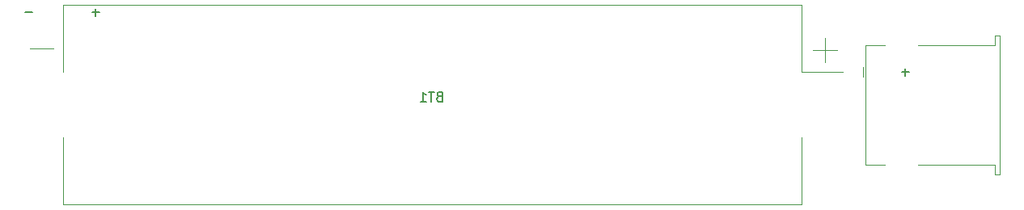
<source format=gbr>
G04 #@! TF.GenerationSoftware,KiCad,Pcbnew,(5.1.6)-1*
G04 #@! TF.CreationDate,2020-11-21T14:03:53+08:00*
G04 #@! TF.ProjectId,singlepowerbank2,73696e67-6c65-4706-9f77-657262616e6b,rev?*
G04 #@! TF.SameCoordinates,Original*
G04 #@! TF.FileFunction,Legend,Bot*
G04 #@! TF.FilePolarity,Positive*
%FSLAX46Y46*%
G04 Gerber Fmt 4.6, Leading zero omitted, Abs format (unit mm)*
G04 Created by KiCad (PCBNEW (5.1.6)-1) date 2020-11-21 14:03:53*
%MOMM*%
%LPD*%
G01*
G04 APERTURE LIST*
%ADD10C,0.150000*%
%ADD11C,0.120000*%
G04 APERTURE END LIST*
D10*
X153880952Y-145571428D02*
X153119047Y-145571428D01*
X153500000Y-145952380D02*
X153500000Y-145190476D01*
X62130952Y-139321428D02*
X61369047Y-139321428D01*
X69130952Y-139321428D02*
X68369047Y-139321428D01*
X68750000Y-139702380D02*
X68750000Y-138940476D01*
D11*
X145100000Y-144500000D02*
X145100000Y-142000000D01*
X146350000Y-143250000D02*
X143850000Y-143250000D01*
X61850000Y-143050000D02*
X64350000Y-143050000D01*
X65360000Y-145560000D02*
X65360000Y-138580000D01*
X65360000Y-138560000D02*
X142640000Y-138560000D01*
X142640000Y-138560000D02*
X142640000Y-145560000D01*
X65360000Y-152440000D02*
X65360000Y-159440000D01*
X65360000Y-159440000D02*
X142640000Y-159440000D01*
X142640000Y-159440000D02*
X142640000Y-152440000D01*
X142640000Y-145560000D02*
X147000000Y-145560000D01*
X163360000Y-141770000D02*
X163360000Y-156270000D01*
X163360000Y-156270000D02*
X162860000Y-156270000D01*
X162860000Y-156270000D02*
X162860000Y-155270000D01*
X162860000Y-155270000D02*
X154860000Y-155270000D01*
X151360000Y-155270000D02*
X149360000Y-155270000D01*
X149360000Y-155270000D02*
X149360000Y-142770000D01*
X149360000Y-142770000D02*
X151360000Y-142770000D01*
X154860000Y-142770000D02*
X162860000Y-142770000D01*
X162860000Y-142770000D02*
X162860000Y-141770000D01*
X162860000Y-141770000D02*
X163360000Y-141770000D01*
X149110000Y-145020000D02*
X149110000Y-146020000D01*
D10*
X104715714Y-148128571D02*
X104572857Y-148176190D01*
X104525238Y-148223809D01*
X104477619Y-148319047D01*
X104477619Y-148461904D01*
X104525238Y-148557142D01*
X104572857Y-148604761D01*
X104668095Y-148652380D01*
X105049047Y-148652380D01*
X105049047Y-147652380D01*
X104715714Y-147652380D01*
X104620476Y-147700000D01*
X104572857Y-147747619D01*
X104525238Y-147842857D01*
X104525238Y-147938095D01*
X104572857Y-148033333D01*
X104620476Y-148080952D01*
X104715714Y-148128571D01*
X105049047Y-148128571D01*
X104191904Y-147652380D02*
X103620476Y-147652380D01*
X103906190Y-148652380D02*
X103906190Y-147652380D01*
X102763333Y-148652380D02*
X103334761Y-148652380D01*
X103049047Y-148652380D02*
X103049047Y-147652380D01*
X103144285Y-147795238D01*
X103239523Y-147890476D01*
X103334761Y-147938095D01*
M02*

</source>
